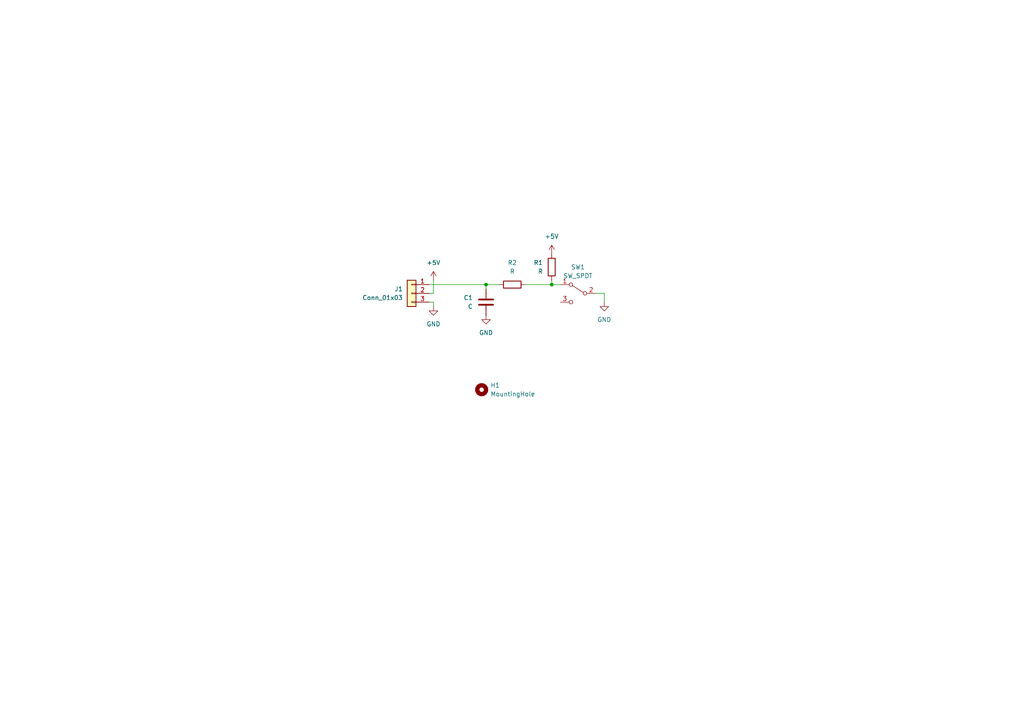
<source format=kicad_sch>
(kicad_sch (version 20211123) (generator eeschema)
  (paper "A4")
  (lib_symbols
    (symbol "Connector_Generic:Conn_01x03" (pin_names (offset 1.016) hide)
      (property "Reference" "J" (at 0 5.08 0))
      (property "Value" "Conn_01x03" (at 0 -5.08 0))
      (symbol "Conn_01x03_1_1"
        (rectangle (start -1.27 -2.413) (end 0 -2.667) (stroke (width 0.1524)))
        (rectangle (start -1.27 0.127) (end 0 -0.127) (stroke (width 0.1524)))
        (rectangle (start -1.27 2.667) (end 0 2.413) (stroke (width 0.1524)))
        (rectangle (start -1.27 3.81) (end 1.27 -3.81) (stroke (width 0.254)) (fill (type background)))
        (pin passive line (at -5.08 2.54 0) (length 3.81) (name "Pin_1") (number "1"))
        (pin passive line (at -5.08 0 0) (length 3.81) (name "Pin_2") (number "2"))
        (pin passive line (at -5.08 -2.54 0) (length 3.81) (name "Pin_3") (number "3"))
      )
    )
    (symbol "Device:C" (pin_numbers hide) (pin_names (offset 0.254))
      (property "Reference" "C" (at 0.635 2.54 0))
      (property "Value" "C" (at 0.635 -2.54 0))
      (symbol "C_0_1"
        (polyline (pts (xy -2.032 -0.762) (xy 2.032 -0.762)) (stroke (width 0.508)))
        (polyline (pts (xy -2.032 0.762) (xy 2.032 0.762)) (stroke (width 0.508)))
      )
      (symbol "C_1_1"
        (pin passive line (at 0 3.81 270) (length 2.794) (name "~") (number "1"))
        (pin passive line (at 0 -3.81 90) (length 2.794) (name "~") (number "2"))
      )
    )
    (symbol "Device:R" (pin_numbers hide) (pin_names (offset 0))
      (property "Reference" "R" (at 2.032 0 90))
      (property "Value" "R" (at 0 0 90))
      (symbol "R_0_1"
        (rectangle (start -1.016 -2.54) (end 1.016 2.54) (stroke (width 0.254)))
      )
      (symbol "R_1_1"
        (pin passive line (at 0 3.81 270) (length 1.27) (name "~") (number "1"))
        (pin passive line (at 0 -3.81 90) (length 1.27) (name "~") (number "2"))
      )
    )
    (symbol "Mechanical:MountingHole" (pin_names (offset 1.016))
      (property "Reference" "H" (at 0 5.08 0))
      (property "Value" "MountingHole" (at 0 3.175 0))
      (symbol "MountingHole_0_1"
        (circle (center 0 0) (radius 1.27) (stroke (width 1.27)))
      )
    )
    (symbol "Switch:SW_SPDT" (pin_names (offset 0) hide)
      (property "Reference" "SW" (at 0 4.318 0))
      (property "Value" "SW_SPDT" (at 0 -5.08 0))
      (symbol "SW_SPDT_0_0"
        (circle (center -2.032 0) (radius 0.508))
        (circle (center 2.032 -2.54) (radius 0.508))
      )
      (symbol "SW_SPDT_0_1"
        (polyline (pts (xy -1.524 0.254) (xy 1.651 2.286)))
        (circle (center 2.032 2.54) (radius 0.508))
      )
      (symbol "SW_SPDT_1_1"
        (pin passive line (at 5.08 2.54 180) (length 2.54) (name "A") (number "1"))
        (pin passive line (at -5.08 0 0) (length 2.54) (name "B") (number "2"))
        (pin passive line (at 5.08 -2.54 180) (length 2.54) (name "C") (number "3"))
      )
    )
    (symbol "power:+5V" (power) (pin_names (offset 0))
      (property "Value" "+5V" (at 0 3.556 0))
      (symbol "+5V_0_1"
        (polyline (pts (xy -0.762 1.27) (xy 0 2.54)))
        (polyline (pts (xy 0 0) (xy 0 2.54)))
        (polyline (pts (xy 0 2.54) (xy 0.762 1.27)))
      )
      (symbol "+5V_1_1"
        (pin power_in line (at 0 0 90) (length 0) hide (name "+5V") (number "1"))
      )
    )
    (symbol "power:GND" (power) (pin_names (offset 0))
      (property "Value" "GND" (at 0 -3.81 0))
      (symbol "GND_0_1"
        (polyline (pts (xy 0 0) (xy 0 -1.27) (xy 1.27 -1.27) (xy 0 -2.54) (xy -1.27 -1.27) (xy 0 -1.27)))
      )
      (symbol "GND_1_1"
        (pin power_in line (at 0 0 270) (length 0) hide (name "GND") (number "1"))
      )
    )
  )
  (junction (at 160.02 82.55))
  (junction (at 140.97 82.55))
  (wire (pts (xy 124.46 85.09) (xy 125.73 85.09)))
  (wire (pts (xy 125.73 87.63) (xy 125.73 88.9)))
  (wire (pts (xy 172.72 85.09) (xy 175.26 85.09)))
  (wire (pts (xy 162.56 82.55) (xy 160.02 82.55)))
  (wire (pts (xy 124.46 87.63) (xy 125.73 87.63)))
  (wire (pts (xy 140.97 82.55) (xy 140.97 83.82)))
  (wire (pts (xy 160.02 82.55) (xy 152.4 82.55)))
  (wire (pts (xy 175.26 85.09) (xy 175.26 87.63)))
  (wire (pts (xy 140.97 82.55) (xy 124.46 82.55)))
  (wire (pts (xy 125.73 85.09) (xy 125.73 81.28)))
  (wire (pts (xy 144.78 82.55) (xy 140.97 82.55)))
  (wire (pts (xy 160.02 82.55) (xy 160.02 81.28)))
  (symbol (lib_id "Device:R") (at 148.59 82.55 270) (mirror x) (unit 1)
    (property "Reference" "R2" (at 148.59 76.2 90))
    (property "Value" "R" (at 148.59 78.74 90))
    (property "Footprint" "Resistor_THT:R_Axial_DIN0204_L3.6mm_D1.6mm_P7.62mm_Horizontal" (effects hide))
  )
  (symbol (lib_id "power:GND") (at 140.97 91.44 0) (mirror y) (unit 1)
    (property "Reference" "#PWR03" (effects hide))
    (property "Value" "GND" (at 140.97 96.52 0))
  )
  (symbol (lib_id "power:+5V") (at 160.02 73.66 0) (mirror y) (unit 1)
    (property "Reference" "#PWR02" (effects hide))
    (property "Value" "+5V" (at 160.02 68.58 0))
  )
  (symbol (lib_id "Switch:SW_SPDT") (at 167.64 85.09 0) (mirror y) (unit 1)
    (property "Reference" "SW1" (at 167.64 77.47 0))
    (property "Value" "SW_SPDT" (at 167.64 80.01 0))
    (property "Footprint" "Limit_Switch_custom:SS075Q102F035V2A" (effects hide))
    (property "Datasheet" "https://sten-eswitch-13110800-production.s3.amazonaws.com/system/asset/product_line/data_sheet/125/SS.pdf" (effects hide))
  )
  (symbol (lib_id "Connector_Generic:Conn_01x03") (at 119.38 85.09 0) (mirror y) (unit 1)
    (property "Reference" "J1" (at 116.84 83.8199 0) (effects (justify left)))
    (property "Value" "Conn_01x03" (at 116.84 86.3599 0) (effects (justify left)))
    (property "Footprint" "Connector_PinHeader_1.27mm:PinHeader_1x03_P1.27mm_Vertical" (effects hide))
  )
  (symbol (lib_id "power:+5V") (at 125.73 81.28 0) (mirror y) (unit 1)
    (property "Reference" "#PWR04" (effects hide))
    (property "Value" "+5V" (at 125.73 76.2 0))
  )
  (symbol (lib_id "power:GND") (at 125.73 88.9 0) (mirror y) (unit 1)
    (property "Reference" "#PWR05" (effects hide))
    (property "Value" "GND" (at 125.73 93.98 0))
  )
  (symbol (lib_id "Device:R") (at 160.02 77.47 0) (mirror y) (unit 1)
    (property "Reference" "R1" (at 157.48 76.1999 0) (effects (justify left)))
    (property "Value" "R" (at 157.48 78.7399 0) (effects (justify left)))
    (property "Footprint" "Resistor_THT:R_Axial_DIN0204_L3.6mm_D1.6mm_P7.62mm_Horizontal" (effects hide))
  )
  (symbol (lib_id "Mechanical:MountingHole") (at 139.7 113.03 0) (unit 1)
    (property "Reference" "H1" (at 142.24 111.7599 0) (effects (justify left)))
    (property "Value" "MountingHole" (at 142.24 114.2999 0) (effects (justify left)))
    (property "Footprint" "MountingHole:MountingHole_5.3mm_M5_Pad" (effects hide))
  )
  (symbol (lib_id "Device:C") (at 140.97 87.63 0) (mirror y) (unit 1)
    (property "Reference" "C1" (at 137.16 86.3599 0) (effects (justify left)))
    (property "Value" "C" (at 137.16 88.8999 0) (effects (justify left)))
    (property "Footprint" "Capacitor_THT:C_Disc_D3.8mm_W2.6mm_P2.50mm" (effects hide))
  )
  (symbol (lib_id "power:GND") (at 175.26 87.63 0) (mirror y) (unit 1)
    (property "Reference" "#PWR01" (effects hide))
    (property "Value" "GND" (at 175.26 92.71 0))
  )
)
</source>
